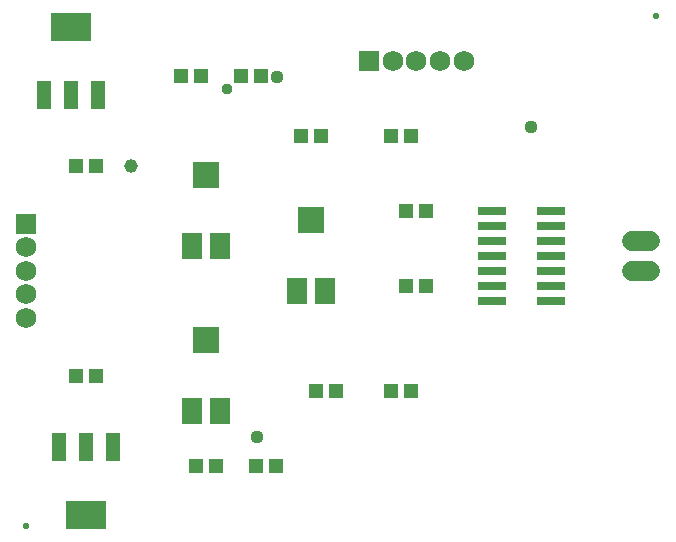
<source format=gbr>
G04 EAGLE Gerber RS-274X export*
G75*
%MOMM*%
%FSLAX34Y34*%
%LPD*%
%INSoldermask Top*%
%IPPOS*%
%AMOC8*
5,1,8,0,0,1.08239X$1,22.5*%
G01*
%ADD10C,0.553200*%
%ADD11R,1.203200X1.303200*%
%ADD12R,1.303200X1.203200*%
%ADD13R,1.727200X1.727200*%
%ADD14C,1.727200*%
%ADD15C,1.727200*%
%ADD16R,1.153200X2.353200*%
%ADD17R,3.453200X2.353200*%
%ADD18R,2.489200X0.762000*%
%ADD19R,1.803200X2.203200*%
%ADD20R,2.203200X2.203200*%
%ADD21C,1.159600*%
%ADD22C,0.959600*%
%ADD23C,1.117600*%


D10*
X25400Y25400D03*
X558800Y457200D03*
D11*
X334400Y139700D03*
X351400Y139700D03*
X347100Y292100D03*
X364100Y292100D03*
X270900Y139700D03*
X287900Y139700D03*
X351400Y355600D03*
X334400Y355600D03*
X347100Y228600D03*
X364100Y228600D03*
X258200Y355600D03*
X275200Y355600D03*
D12*
X207400Y406400D03*
X224400Y406400D03*
X67700Y330200D03*
X84700Y330200D03*
X67700Y152400D03*
X84700Y152400D03*
X169300Y76200D03*
X186300Y76200D03*
D13*
X25400Y281300D03*
D14*
X25400Y241300D03*
X25400Y261300D03*
X25400Y221300D03*
X25400Y201300D03*
D13*
X315600Y419100D03*
D14*
X355600Y419100D03*
X335600Y419100D03*
X375600Y419100D03*
X395600Y419100D03*
D15*
X538480Y241300D02*
X553720Y241300D01*
X553720Y266700D02*
X538480Y266700D01*
D11*
X156600Y406400D03*
X173600Y406400D03*
X220100Y76200D03*
X237100Y76200D03*
D16*
X40500Y390100D03*
X63500Y390100D03*
X86500Y390100D03*
D17*
X63500Y448100D03*
D16*
X99200Y92500D03*
X76200Y92500D03*
X53200Y92500D03*
D17*
X76200Y34500D03*
D18*
X419354Y292100D03*
X419354Y279400D03*
X419354Y266700D03*
X419354Y254000D03*
X419354Y241300D03*
X419354Y228600D03*
X419354Y215900D03*
X469646Y215900D03*
X469646Y228600D03*
X469646Y241300D03*
X469646Y254000D03*
X469646Y266700D03*
X469646Y279400D03*
X469646Y292100D03*
D19*
X189550Y262100D03*
D20*
X177800Y322100D03*
D19*
X166050Y262100D03*
X189550Y122400D03*
D20*
X177800Y182400D03*
D19*
X166050Y122400D03*
X278450Y224000D03*
D20*
X266700Y284000D03*
D19*
X254950Y224000D03*
D21*
X114300Y330200D03*
D22*
X195580Y394970D03*
D23*
X237490Y405130D03*
X452628Y363220D03*
X220726Y100584D03*
M02*

</source>
